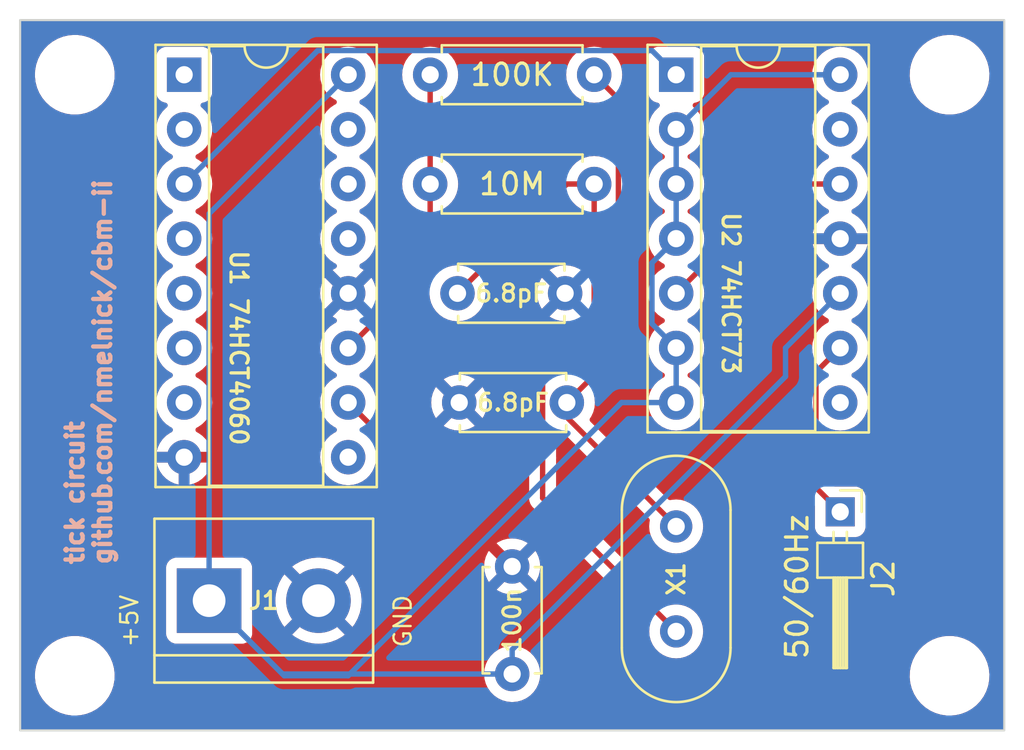
<source format=kicad_pcb>
(kicad_pcb (version 20221018) (generator pcbnew)
  (layers (0 "F.Cu" signal) (31 "B.Cu" signal) (34 "B.Paste" user) (35 "F.Paste" user) (36 "B.SilkS" user "B.Silkscreen") (37 "F.SilkS" user "F.Silkscreen") (38 "B.Mask" user) (39 "F.Mask" user) (44 "Edge.Cuts" user))
  (net 0 "")
  (net 1 "Net-(U1-RTC)")
  (net 2 "GND")
  (net 3 "Net-(C2-Pad1)")
  (net 4 "+5V")
  (net 5 "Net-(J2-Pin_1)")
  (net 6 "Net-(U1-RS)")
  (net 17 "Net-(U2A-C)")
  (net 20 "Net-(U1-Q13)")
  (footprint "Package_DIP:DIP-16_W7.62mm_Socket" (layer "F.Cu") (at 20.32 15.24)
    (fp_text reference "U1" hide)
    (fp_text value "74HCT4060" hide)
    (fp_text user "${REFERENCE} ${VALUE}" (at 2.54 12.7 -90 unlocked) (layer "F.SilkS") (effects (font (size 0.8 0.8))))
    (fp_line (start -1.33 -1.39) (end -1.33 19.17) (stroke (width 0.12)) (layer "F.SilkS"))
    (fp_line (start -1.33 19.17) (end 8.95 19.17) (stroke (width 0.12)) (layer "F.SilkS"))
    (fp_line (start 1.16 -1.33) (end 1.16 19.11) (stroke (width 0.12)) (layer "F.SilkS"))
    (fp_line (start 1.16 19.11) (end 6.46 19.11) (stroke (width 0.12)) (layer "F.SilkS"))
    (fp_line (start 2.81 -1.33) (end 1.16 -1.33) (stroke (width 0.12)) (layer "F.SilkS"))
    (fp_line (start 6.46 -1.33) (end 4.81 -1.33) (stroke (width 0.12)) (layer "F.SilkS"))
    (fp_line (start 6.46 19.11) (end 6.46 -1.33) (stroke (width 0.12)) (layer "F.SilkS"))
    (fp_line (start 8.95 -1.39) (end -1.33 -1.39) (stroke (width 0.12)) (layer "F.SilkS"))
    (fp_line (start 8.95 19.17) (end 8.95 -1.39) (stroke (width 0.12)) (layer "F.SilkS"))
    (fp_arc (start 4.81 -1.33) (mid 3.81 -0.33) (end 2.81 -1.33) (stroke (width 0.12)) (layer "F.SilkS"))
    (pad "1" thru_hole rect (at 0 0) (size 1.6 1.6) (drill 0.8) (layers "*.Cu" "*.Mask"))
    (pad "2" thru_hole oval (at 0 2.54) (size 1.6 1.6) (drill 0.8) (layers "*.Cu" "*.Mask"))
    (pad "3" thru_hole oval (at 0 5.08) (size 1.6 1.6) (drill 0.8) (layers "*.Cu" "*.Mask") (net 20 "Net-(U1-Q13)"))
    (pad "4" thru_hole oval (at 0 7.62) (size 1.6 1.6) (drill 0.8) (layers "*.Cu" "*.Mask"))
    (pad "5" thru_hole oval (at 0 10.16) (size 1.6 1.6) (drill 0.8) (layers "*.Cu" "*.Mask"))
    (pad "6" thru_hole oval (at 0 12.7) (size 1.6 1.6) (drill 0.8) (layers "*.Cu" "*.Mask"))
    (pad "7" thru_hole oval (at 0 15.24) (size 1.6 1.6) (drill 0.8) (layers "*.Cu" "*.Mask"))
    (pad "8" thru_hole oval (at 0 17.78) (size 1.6 1.6) (drill 0.8) (layers "*.Cu" "*.Mask") (net 2 "GND"))
    (pad "9" thru_hole oval (at 7.62 17.78) (size 1.6 1.6) (drill 0.8) (layers "*.Cu" "*.Mask"))
    (pad "10" thru_hole oval (at 7.62 15.24) (size 1.6 1.6) (drill 0.8) (layers "*.Cu" "*.Mask") (net 1 "Net-(U1-RTC)"))
    (pad "11" thru_hole oval (at 7.62 12.7) (size 1.6 1.6) (drill 0.8) (layers "*.Cu" "*.Mask") (net 6 "Net-(U1-RS)"))
    (pad "12" thru_hole oval (at 7.62 10.16) (size 1.6 1.6) (drill 0.8) (layers "*.Cu" "*.Mask") (net 2 "GND"))
    (pad "13" thru_hole oval (at 7.62 7.62) (size 1.6 1.6) (drill 0.8) (layers "*.Cu" "*.Mask"))
    (pad "14" thru_hole oval (at 7.62 5.08) (size 1.6 1.6) (drill 0.8) (layers "*.Cu" "*.Mask"))
    (pad "15" thru_hole oval (at 7.62 2.54) (size 1.6 1.6) (drill 0.8) (layers "*.Cu" "*.Mask"))
    (pad "16" thru_hole oval (at 7.62 0) (size 1.6 1.6) (drill 0.8) (layers "*.Cu" "*.Mask") (net 4 "+5V"))
  )
  (footprint "MountingHole:MountingHole_3.2mm_M3" (layer "F.Cu") (at 55.88 43.18)
    (fp_text reference "REF**" hide)
    (fp_text value "MountingHole_3.2mm_M3" hide)
    (pad "" np_thru_hole circle (at 0 0) (size 3.2 3.2) (drill 3.2) (layers "*.Cu" "*.Mask"))
  )
  (footprint "MountingHole:MountingHole_3.2mm_M3" (layer "F.Cu") (at 15.24 43.18)
    (fp_text reference "REF**" hide)
    (fp_text value "MountingHole_3.2mm_M3" hide)
    (pad "" np_thru_hole circle (at 0 0) (size 3.2 3.2) (drill 3.2) (layers "*.Cu" "*.Mask"))
  )
  (footprint "Capacitor_THT:C_Disc_D4.7mm_W2.5mm_P5.00mm" (layer "F.Cu") (at 38.1 30.48 180)
    (fp_text reference "C2" hide)
    (fp_text value "6.8pF" hide)
    (fp_text user "${VALUE}" (at 2.5 0 180) (layer "F.SilkS") (effects (font (size 0.8 0.8) (thickness 0.141))))
    (fp_line (start 0.03 -1.37) (end 0.03 -1.055) (stroke (width 0.12)) (layer "F.SilkS"))
    (fp_line (start 0.03 -1.37) (end 4.97 -1.37) (stroke (width 0.12)) (layer "F.SilkS"))
    (fp_line (start 0.03 1.055) (end 0.03 1.37) (stroke (width 0.12)) (layer "F.SilkS"))
    (fp_line (start 0.03 1.37) (end 4.97 1.37) (stroke (width 0.12)) (layer "F.SilkS"))
    (fp_line (start 4.97 -1.37) (end 4.97 -1.055) (stroke (width 0.12)) (layer "F.SilkS"))
    (fp_line (start 4.97 1.055) (end 4.97 1.37) (stroke (width 0.12)) (layer "F.SilkS"))
    (pad "1" thru_hole circle (at 0 0 180) (size 1.6 1.6) (drill 0.8) (layers "*.Cu" "*.Mask") (net 3 "Net-(C2-Pad1)"))
    (pad "2" thru_hole circle (at 5 0 180) (size 1.6 1.6) (drill 0.8) (layers "*.Cu" "*.Mask") (net 2 "GND"))
  )
  (footprint "Resistor_THT:R_Axial_DIN0207_L6.3mm_D2.5mm_P7.62mm_Horizontal" (layer "F.Cu") (at 39.37 20.32 180)
    (fp_text reference "R1" hide)
    (fp_text value "10M" hide)
    (fp_text user "${VALUE}" (at 3.81 0 180) (layer "F.SilkS"))
    (fp_line (start 0.54 -1.37) (end 7.08 -1.37) (stroke (width 0.12)) (layer "F.SilkS"))
    (fp_line (start 0.54 -1.04) (end 0.54 -1.37) (stroke (width 0.12)) (layer "F.SilkS"))
    (fp_line (start 0.54 1.04) (end 0.54 1.37) (stroke (width 0.12)) (layer "F.SilkS"))
    (fp_line (start 0.54 1.37) (end 7.08 1.37) (stroke (width 0.12)) (layer "F.SilkS"))
    (fp_line (start 7.08 -1.37) (end 7.08 -1.04) (stroke (width 0.12)) (layer "F.SilkS"))
    (fp_line (start 7.08 1.37) (end 7.08 1.04) (stroke (width 0.12)) (layer "F.SilkS"))
    (pad "1" thru_hole circle (at 0 0 180) (size 1.6 1.6) (drill 0.8) (layers "*.Cu" "*.Mask") (net 1 "Net-(U1-RTC)"))
    (pad "2" thru_hole oval (at 7.62 0 180) (size 1.6 1.6) (drill 0.8) (layers "*.Cu" "*.Mask") (net 6 "Net-(U1-RS)"))
  )
  (footprint "Crystal:Crystal_HC49-4H_Vertical" (layer "F.Cu") (at 43.18 41.12 90)
    (fp_text reference "X1" hide)
    (fp_text value "3.93216 MHz" hide)
    (fp_text user "${REFERENCE}" (at 2.44 0 90) (layer "F.SilkS") (effects (font (size 0.8 0.8))))
    (fp_line (start -0.76 -2.525) (end 5.64 -2.525) (stroke (width 0.12)) (layer "F.SilkS"))
    (fp_line (start -0.76 2.525) (end 5.64 2.525) (stroke (width 0.12)) (layer "F.SilkS"))
    (fp_arc (start -0.76 2.525) (mid -3.285 0) (end -0.76 -2.525) (stroke (width 0.12)) (layer "F.SilkS"))
    (fp_arc (start 5.64 -2.525) (mid 8.165 0) (end 5.64 2.525) (stroke (width 0.12)) (layer "F.SilkS"))
    (pad "1" thru_hole circle (at 0 0 90) (size 1.5 1.5) (drill 0.8) (layers "*.Cu" "*.Mask") (net 1 "Net-(U1-RTC)"))
    (pad "2" thru_hole circle (at 4.88 0 90) (size 1.5 1.5) (drill 0.8) (layers "*.Cu" "*.Mask") (net 3 "Net-(C2-Pad1)"))
  )
  (footprint "Capacitor_THT:C_Disc_D4.7mm_W2.5mm_P5.00mm" (layer "F.Cu") (at 35.56 43.1 90)
    (fp_text reference "C3" hide)
    (fp_text value "100nF" hide)
    (fp_text user "100n" (at 2.5 0 90) (layer "F.SilkS") (effects (font (size 0.8 0.8) (thickness 0.141))))
    (fp_line (start 0.03 -1.37) (end 0.03 -1.055) (stroke (width 0.12)) (layer "F.SilkS"))
    (fp_line (start 0.03 -1.37) (end 4.97 -1.37) (stroke (width 0.12)) (layer "F.SilkS"))
    (fp_line (start 0.03 1.055) (end 0.03 1.37) (stroke (width 0.12)) (layer "F.SilkS"))
    (fp_line (start 0.03 1.37) (end 4.97 1.37) (stroke (width 0.12)) (layer "F.SilkS"))
    (fp_line (start 4.97 -1.37) (end 4.97 -1.055) (stroke (width 0.12)) (layer "F.SilkS"))
    (fp_line (start 4.97 1.055) (end 4.97 1.37) (stroke (width 0.12)) (layer "F.SilkS"))
    (pad "1" thru_hole circle (at 0 0 90) (size 1.6 1.6) (drill 0.8) (layers "*.Cu" "*.Mask") (net 4 "+5V"))
    (pad "2" thru_hole circle (at 5 0 90) (size 1.6 1.6) (drill 0.8) (layers "*.Cu" "*.Mask") (net 2 "GND"))
  )
  (footprint "MountingHole:MountingHole_3.2mm_M3" (layer "F.Cu") (at 55.88 15.24)
    (fp_text reference "REF**" hide)
    (fp_text value "MountingHole_3.2mm_M3" hide)
    (pad "" np_thru_hole circle (at 0 0) (size 3.2 3.2) (drill 3.2) (layers "*.Cu" "*.Mask"))
  )
  (footprint "MountingHole:MountingHole_3.2mm_M3" (layer "F.Cu") (at 15.24 15.24)
    (fp_text reference "REF**" hide)
    (fp_text value "MountingHole_3.2mm_M3" hide)
    (pad "" np_thru_hole circle (at 0 0) (size 3.2 3.2) (drill 3.2) (layers "*.Cu" "*.Mask"))
  )
  (footprint "TerminalBlock:TerminalBlock_bornier-2_P5.08mm" (layer "F.Cu") (at 21.48 39.69)
    (fp_text reference "J1" hide)
    (fp_text value "Power" hide)
    (fp_text user "${REFERENCE}" (at 2.54 0) (layer "F.SilkS") (effects (font (size 0.8 0.8))))
    (fp_line (start -2.54 -3.81) (end -2.54 3.81) (stroke (width 0.12)) (layer "F.SilkS"))
    (fp_line (start -2.54 3.81) (end 7.62 3.81) (stroke (width 0.12)) (layer "F.SilkS"))
    (fp_line (start 7.62 -3.81) (end -2.54 -3.81) (stroke (width 0.12)) (layer "F.SilkS"))
    (fp_line (start 7.62 2.54) (end -2.54 2.54) (stroke (width 0.12)) (layer "F.SilkS"))
    (fp_line (start 7.62 3.81) (end 7.62 -3.81) (stroke (width 0.12)) (layer "F.SilkS"))
    (pad "1" thru_hole rect (at 0 0) (size 3 3) (drill 1.52) (layers "*.Cu" "*.Mask") (net 4 "+5V"))
    (pad "2" thru_hole circle (at 5.08 0) (size 3 3) (drill 1.52) (layers "*.Cu" "*.Mask") (net 2 "GND"))
  )
  (footprint "Package_DIP:DIP-14_W7.62mm_Socket" (layer "F.Cu") (at 43.18 15.24)
    (fp_text reference "U2" hide)
    (fp_text value "74HCT73" hide)
    (fp_text user "${REFERENCE} ${VALUE}" (at 2.54 10.16 270 unlocked) (layer "F.SilkS") (effects (font (size 0.8 0.8))))
    (fp_line (start -1.33 -1.39) (end -1.33 16.63) (stroke (width 0.12)) (layer "F.SilkS"))
    (fp_line (start -1.33 16.63) (end 8.95 16.63) (stroke (width 0.12)) (layer "F.SilkS"))
    (fp_line (start 1.16 -1.33) (end 1.16 16.57) (stroke (width 0.12)) (layer "F.SilkS"))
    (fp_line (start 1.16 16.57) (end 6.46 16.57) (stroke (width 0.12)) (layer "F.SilkS"))
    (fp_line (start 2.81 -1.33) (end 1.16 -1.33) (stroke (width 0.12)) (layer "F.SilkS"))
    (fp_line (start 6.46 -1.33) (end 4.81 -1.33) (stroke (width 0.12)) (layer "F.SilkS"))
    (fp_line (start 6.46 16.57) (end 6.46 -1.33) (stroke (width 0.12)) (layer "F.SilkS"))
    (fp_line (start 8.95 -1.39) (end -1.33 -1.39) (stroke (width 0.12)) (layer "F.SilkS"))
    (fp_line (start 8.95 16.63) (end 8.95 -1.39) (stroke (width 0.12)) (layer "F.SilkS"))
    (fp_arc (start 4.81 -1.33) (mid 3.81 -0.33) (end 2.81 -1.33) (stroke (width 0.12)) (layer "F.SilkS"))
    (pad "1" thru_hole rect (at 0 0) (size 1.6 1.6) (drill 0.8) (layers "*.Cu" "*.Mask") (net 20 "Net-(U1-Q13)"))
    (pad "2" thru_hole oval (at 0 2.54) (size 1.6 1.6) (drill 0.8) (layers "*.Cu" "*.Mask") (net 4 "+5V"))
    (pad "3" thru_hole oval (at 0 5.08) (size 1.6 1.6) (drill 0.8) (layers "*.Cu" "*.Mask") (net 4 "+5V"))
    (pad "4" thru_hole oval (at 0 7.62) (size 1.6 1.6) (drill 0.8) (layers "*.Cu" "*.Mask") (net 4 "+5V"))
    (pad "5" thru_hole oval (at 0 10.16) (size 1.6 1.6) (drill 0.8) (layers "*.Cu" "*.Mask") (net 17 "Net-(U2A-C)"))
    (pad "6" thru_hole oval (at 0 12.7) (size 1.6 1.6) (drill 0.8) (layers "*.Cu" "*.Mask") (net 4 "+5V"))
    (pad "7" thru_hole oval (at 0 15.24) (size 1.6 1.6) (drill 0.8) (layers "*.Cu" "*.Mask") (net 4 "+5V"))
    (pad "8" thru_hole oval (at 7.62 15.24) (size 1.6 1.6) (drill 0.8) (layers "*.Cu" "*.Mask"))
    (pad "9" thru_hole oval (at 7.62 12.7) (size 1.6 1.6) (drill 0.8) (layers "*.Cu" "*.Mask") (net 5 "Net-(J2-Pin_1)"))
    (pad "10" thru_hole oval (at 7.62 10.16) (size 1.6 1.6) (drill 0.8) (layers "*.Cu" "*.Mask") (net 4 "+5V"))
    (pad "11" thru_hole oval (at 7.62 7.62) (size 1.6 1.6) (drill 0.8) (layers "*.Cu" "*.Mask") (net 2 "GND"))
    (pad "12" thru_hole oval (at 7.62 5.08) (size 1.6 1.6) (drill 0.8) (layers "*.Cu" "*.Mask") (net 17 "Net-(U2A-C)"))
    (pad "13" thru_hole oval (at 7.62 2.54) (size 1.6 1.6) (drill 0.8) (layers "*.Cu" "*.Mask"))
    (pad "14" thru_hole oval (at 7.62 0) (size 1.6 1.6) (drill 0.8) (layers "*.Cu" "*.Mask") (net 4 "+5V"))
  )
  (footprint "Connector_PinHeader_2.00mm:PinHeader_1x01_P2.00mm_Horizontal" (layer "F.Cu") (at 50.8 35.56 -90)
    (fp_text reference "J2" (at 3.1 -2 90) (layer "F.SilkS"))
    (fp_text value "50/60Hz " (at 3.1 2 90) (layer "F.SilkS"))
    (fp_line (start -1 -1) (end 0 -1) (stroke (width 0.12)) (layer "F.SilkS"))
    (fp_line (start -1 0) (end -1 -1) (stroke (width 0.12)) (layer "F.SilkS"))
    (fp_line (start 0.935 -0.31) (end 1.44 -0.31) (stroke (width 0.12)) (layer "F.SilkS"))
    (fp_line (start 0.935 0.31) (end 1.44 0.31) (stroke (width 0.12)) (layer "F.SilkS"))
    (fp_line (start 1.44 -1.06) (end 1.44 1.06) (stroke (width 0.12)) (layer "F.SilkS"))
    (fp_line (start 1.44 1.06) (end 3.06 1.06) (stroke (width 0.12)) (layer "F.SilkS"))
    (fp_line (start 3.06 -1.06) (end 1.44 -1.06) (stroke (width 0.12)) (layer "F.SilkS"))
    (fp_line (start 3.06 -0.31) (end 7.26 -0.31) (stroke (width 0.12)) (layer "F.SilkS"))
    (fp_line (start 3.06 -0.25) (end 7.26 -0.25) (stroke (width 0.12)) (layer "F.SilkS"))
    (fp_line (start 3.06 -0.13) (end 7.26 -0.13) (stroke (width 0.12)) (layer "F.SilkS"))
    (fp_line (start 3.06 -0.01) (end 7.26 -0.01) (stroke (width 0.12)) (layer "F.SilkS"))
    (fp_line (start 3.06 0.11) (end 7.26 0.11) (stroke (width 0.12)) (layer "F.SilkS"))
    (fp_line (start 3.06 0.23) (end 7.26 0.23) (stroke (width 0.12)) (layer "F.SilkS"))
    (fp_line (start 3.06 1.06) (end 3.06 -1.06) (stroke (width 0.12)) (layer "F.SilkS"))
    (fp_line (start 7.26 -0.31) (end 7.26 0.31) (stroke (width 0.12)) (layer "F.SilkS"))
    (fp_line (start 7.26 0.31) (end 3.06 0.31) (stroke (width 0.12)) (layer "F.SilkS"))
    (pad "1" thru_hole rect (at 0 0 270) (size 1.35 1.35) (drill 0.8) (layers "*.Cu" "*.Mask") (net 5 "Net-(J2-Pin_1)"))
  )
  (footprint "Resistor_THT:R_Axial_DIN0207_L6.3mm_D2.5mm_P7.62mm_Horizontal" (layer "F.Cu") (at 31.75 15.24)
    (fp_text reference "R2" hide)
    (fp_text value "100K" hide)
    (fp_text user "${VALUE}" (at 3.81 0) (layer "F.SilkS"))
    (fp_line (start 0.54 -1.37) (end 7.08 -1.37) (stroke (width 0.12)) (layer "F.SilkS"))
    (fp_line (start 0.54 -1.04) (end 0.54 -1.37) (stroke (width 0.12)) (layer "F.SilkS"))
    (fp_line (start 0.54 1.04) (end 0.54 1.37) (stroke (width 0.12)) (layer "F.SilkS"))
    (fp_line (start 0.54 1.37) (end 7.08 1.37) (stroke (width 0.12)) (layer "F.SilkS"))
    (fp_line (start 7.08 -1.37) (end 7.08 -1.04) (stroke (width 0.12)) (layer "F.SilkS"))
    (fp_line (start 7.08 1.37) (end 7.08 1.04) (stroke (width 0.12)) (layer "F.SilkS"))
    (pad "1" thru_hole circle (at 0 0) (size 1.6 1.6) (drill 0.8) (layers "*.Cu" "*.Mask") (net 6 "Net-(U1-RS)"))
    (pad "2" thru_hole oval (at 7.62 0) (size 1.6 1.6) (drill 0.8) (layers "*.Cu" "*.Mask") (net 3 "Net-(C2-Pad1)"))
  )
  (footprint "Capacitor_THT:C_Disc_D4.7mm_W2.5mm_P5.00mm" (layer "F.Cu") (at 33.02 25.4)
    (fp_text reference "C1" hide)
    (fp_text value "6.8pF" hide)
    (fp_text user "${VALUE}" (at 2.5 0) (layer "F.SilkS") (effects (font (size 0.8 0.8) (thickness 0.141))))
    (fp_line (start 0.03 -1.37) (end 0.03 -1.055) (stroke (width 0.12)) (layer "F.SilkS"))
    (fp_line (start 0.03 -1.37) (end 4.97 -1.37) (stroke (width 0.12)) (layer "F.SilkS"))
    (fp_line (start 0.03 1.055) (end 0.03 1.37) (stroke (width 0.12)) (layer "F.SilkS"))
    (fp_line (start 0.03 1.37) (end 4.97 1.37) (stroke (width 0.12)) (layer "F.SilkS"))
    (fp_line (start 4.97 -1.37) (end 4.97 -1.055) (stroke (width 0.12)) (layer "F.SilkS"))
    (fp_line (start 4.97 1.055) (end 4.97 1.37) (stroke (width 0.12)) (layer "F.SilkS"))
    (pad "1" thru_hole circle (at 0 0) (size 1.6 1.6) (drill 0.8) (layers "*.Cu" "*.Mask") (net 1 "Net-(U1-RTC)"))
    (pad "2" thru_hole circle (at 5 0) (size 1.6 1.6) (drill 0.8) (layers "*.Cu" "*.Mask") (net 2 "GND"))
  )
  (gr_rect (start 12.7 12.7) (end 58.42 45.72) (stroke (width 0.1)) (fill none) (layer "Edge.Cuts"))
  (gr_text "tick circuit\ngithub.com/nmelnick/cbm-ii" (at 17 38.1 90) (layer "B.SilkS") (effects (font (size 0.8 0.8) (thickness 0.2) bold) (justify left bottom)))
  (gr_text "GND" (at 30.48 40.64 90) (layer "F.SilkS") (effects (font (size 0.8 0.8) (thickness 0.108))))
  (gr_text "+5V" (at 17.78 40.64 90) (layer "F.SilkS") (effects (font (size 0.8 0.8) (thickness 0.108))))
  (segment (start 43.18 41.12) (end 36.975 34.915) (width 0.25) (layer "F.Cu") (net 1))
  (segment (start 39.37 20.32) (end 38.1 20.32) (width 0.25) (layer "F.Cu") (net 1))
  (segment (start 36.975 33.02) (end 30.48 33.02) (width 0.25) (layer "F.Cu") (net 1))
  (segment (start 30.48 33.02) (end 27.94 30.48) (width 0.25) (layer "F.Cu") (net 1))
  (segment (start 39.37 26.67) (end 36.975 29.065) (width 0.25) (layer "F.Cu") (net 1))
  (segment (start 39.37 20.32) (end 39.37 26.67) (width 0.25) (layer "F.Cu") (net 1))
  (segment (start 36.975 34.915) (end 36.975 33.02) (width 0.25) (layer "F.Cu") (net 1))
  (segment (start 38.1 20.32) (end 33.02 25.4) (width 0.25) (layer "F.Cu") (net 1))
  (segment (start 43.18 40.64) (end 43.18 41.12) (width 0.25) (layer "F.Cu") (net 1))
  (segment (start 36.975 29.065) (end 36.975 33.02) (width 0.25) (layer "F.Cu") (net 1))
  (segment (start 20.32 33.45) (end 20.32 33.02) (width 0.25) (layer "B.Cu") (net 2))
  (segment (start 38.02 25.56) (end 38.02 25.4) (width 0.25) (layer "B.Cu") (net 2))
  (segment (start 40.495 16.365) (end 39.37 15.24) (width 0.25) (layer "F.Cu") (net 3))
  (segment (start 43.18 36.24) (end 38.1 31.16) (width 0.25) (layer "F.Cu") (net 3))
  (segment (start 38.1 31.16) (end 38.1 30.48) (width 0.25) (layer "F.Cu") (net 3))
  (segment (start 38.1 30.48) (end 40.495 28.085) (width 0.25) (layer "F.Cu") (net 3))
  (segment (start 40.495 28.085) (end 40.495 16.365) (width 0.25) (layer "F.Cu") (net 3))
  (segment (start 48.26 29.26863) (end 48.26 27.94) (width 0.25) (layer "B.Cu") (net 4))
  (segment (start 24.89 43.1) (end 21.48 39.69) (width 0.25) (layer "B.Cu") (net 4))
  (segment (start 45.72 15.24) (end 43.18 17.78) (width 0.25) (layer "B.Cu") (net 4))
  (segment (start 24.97 43.18) (end 27.94 43.18) (width 0.25) (layer "B.Cu") (net 4))
  (segment (start 27.94 15.24) (end 21.48 21.7) (width 0.25) (layer "B.Cu") (net 4))
  (segment (start 42.055 23.985) (end 43.18 22.86) (width 0.25) (layer "B.Cu") (net 4))
  (segment (start 35.56 43.1) (end 24.89 43.1) (width 0.25) (layer "B.Cu") (net 4))
  (segment (start 35.56 43.1) (end 35.56 41.96863) (width 0.25) (layer "B.Cu") (net 4))
  (segment (start 48.26 27.94) (end 50.8 25.4) (width 0.25) (layer "B.Cu") (net 4))
  (segment (start 43.18 20.32) (end 43.18 22.86) (width 0.25) (layer "B.Cu") (net 4))
  (segment (start 27.94 43.18) (end 40.64 30.48) (width 0.25) (layer "B.Cu") (net 4))
  (segment (start 35.56 41.96863) (end 48.26 29.26863) (width 0.25) (layer "B.Cu") (net 4))
  (segment (start 42.055 26.815) (end 42.055 23.985) (width 0.25) (layer "B.Cu") (net 4))
  (segment (start 43.18 17.78) (end 43.18 20.32) (width 0.25) (layer "B.Cu") (net 4))
  (segment (start 43.18 27.94) (end 42.055 26.815) (width 0.25) (layer "B.Cu") (net 4))
  (segment (start 21.48 21.7) (end 21.48 39.69) (width 0.25) (layer "B.Cu") (net 4))
  (segment (start 43.18 30.48) (end 43.18 27.94) (width 0.25) (layer "B.Cu") (net 4))
  (segment (start 21.48 39.69) (end 24.97 43.18) (width 0.25) (layer "B.Cu") (net 4))
  (segment (start 40.64 30.48) (end 43.18 30.48) (width 0.25) (layer "B.Cu") (net 4))
  (segment (start 50.8 15.24) (end 45.72 15.24) (width 0.25) (layer "B.Cu") (net 4))
  (segment (start 49.675 29.065) (end 50.8 27.94) (width 0.25) (layer "F.Cu") (net 5))
  (segment (start 50.8 35.56) (end 49.675 34.435) (width 0.25) (layer "F.Cu") (net 5))
  (segment (start 49.675 34.435) (end 49.675 29.065) (width 0.25) (layer "F.Cu") (net 5))
  (segment (start 31.75 15.696827) (end 31.978414 15.468413) (width 0.25) (layer "F.Cu") (net 6))
  (segment (start 31.75 24.13) (end 31.75 20.32) (width 0.25) (layer "F.Cu") (net 6))
  (segment (start 27.94 27.94) (end 31.75 24.13) (width 0.25) (layer "F.Cu") (net 6))
  (segment (start 31.75 20.32) (end 31.75 15.696827) (width 0.25) (layer "F.Cu") (net 6))
  (segment (start 48.26 20.32) (end 43.18 25.4) (width 0.25) (layer "F.Cu") (net 17))
  (segment (start 50.8 20.32) (end 48.26 20.32) (width 0.25) (layer "F.Cu") (net 17))
  (segment (start 43.18 15.24) (end 42.055 14.115) (width 0.25) (layer "B.Cu") (net 20))
  (segment (start 26.525 14.115) (end 20.32 20.32) (width 0.25) (layer "B.Cu") (net 20))
  (segment (start 42.055 14.115) (end 26.525 14.115) (width 0.25) (layer "B.Cu") (net 20))
  (zone (net 2) (net_name "GND") (layer "F.Cu") (connect_pads (clearance 0.5)) (min_thickness 0.25) (fill yes (thermal_gap 0.5) (thermal_bridge_width 0.5))
    (polygon (pts (xy 12.7 12.7) (xy 12.7 45.72) (xy 58.42 45.72) (xy 58.42 12.7)))
  )
  (zone (net 2) (net_name "GND") (layer "B.Cu") (priority 1) (connect_pads (clearance 0.5)) (min_thickness 0.25) (fill yes (thermal_gap 0.5) (thermal_bridge_width 0.5))
    (polygon (pts (xy 12.7 12.7) (xy 58.42 12.7) (xy 58.42 45.72) (xy 12.7 45.72)))
  )
)
</source>
